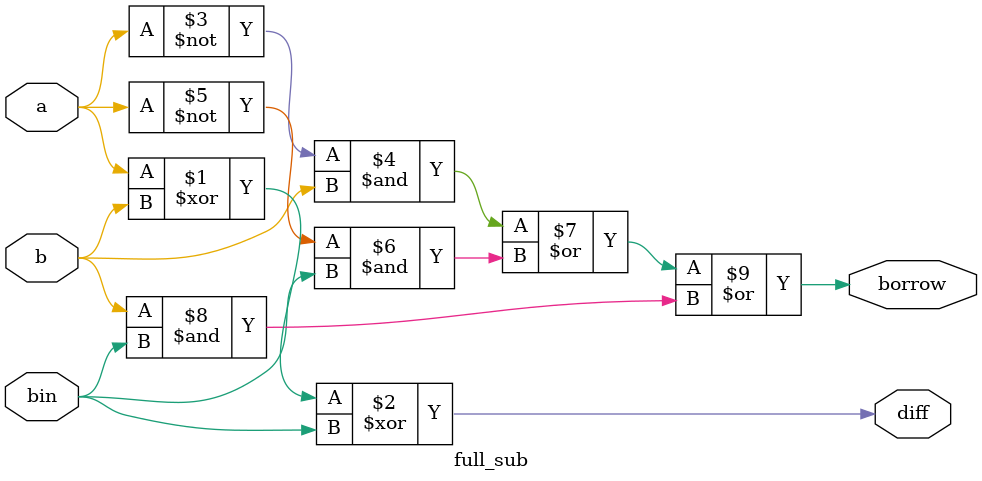
<source format=v>
module full_sub(input a,b,bin, output diff,borrow);
  
  assign diff =a^b^bin;
  assign borrow =(~a&b)|(~a&bin)|(b&bin);
  endmodule

</source>
